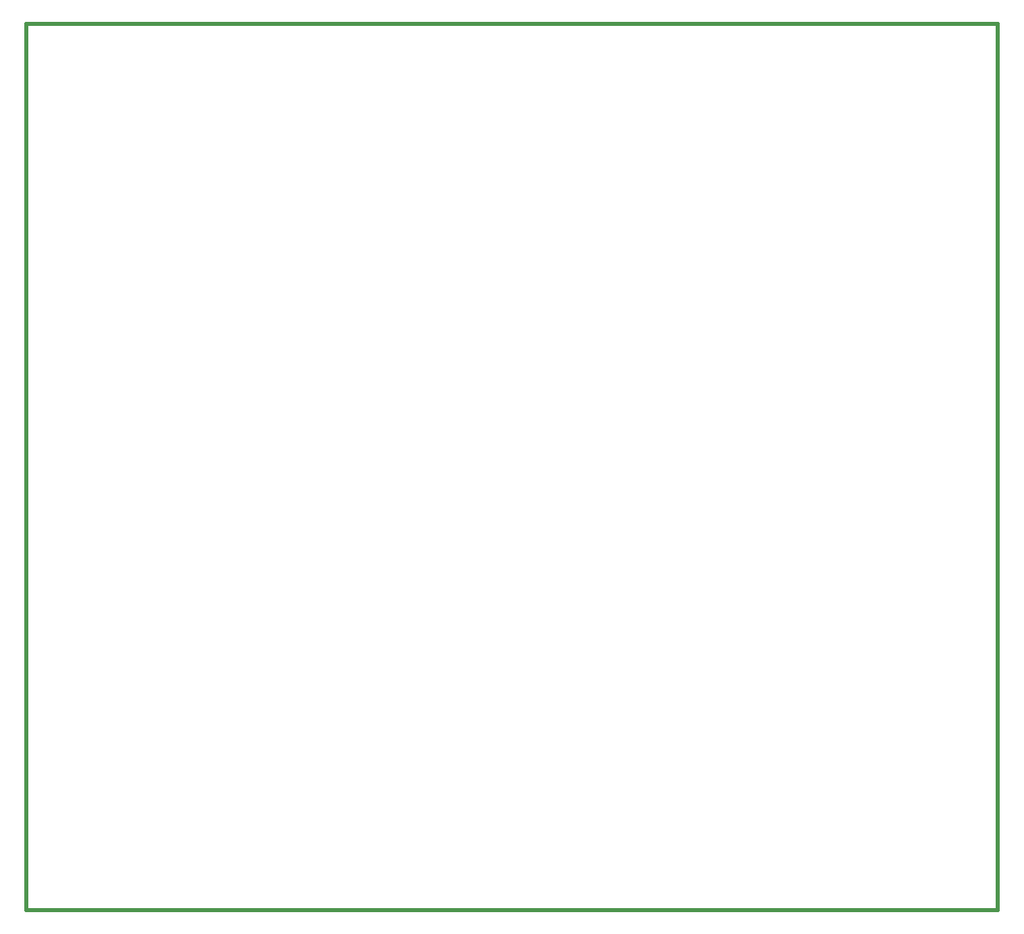
<source format=gbr>
G04 (created by PCBNEW-RS274X (2011-04-29 BZR 2986)-stable) date 11/21/2011 10:44:46 AM*
G01*
G70*
G90*
%MOIN*%
G04 Gerber Fmt 3.4, Leading zero omitted, Abs format*
%FSLAX34Y34*%
G04 APERTURE LIST*
%ADD10C,0.006000*%
%ADD11C,0.015000*%
G04 APERTURE END LIST*
G54D10*
G54D11*
X49150Y-08250D02*
X49150Y-44750D01*
X09150Y-44750D02*
X09150Y-08250D01*
X09150Y-44750D02*
X49150Y-44750D01*
X09150Y-08250D02*
X49150Y-08250D01*
M02*

</source>
